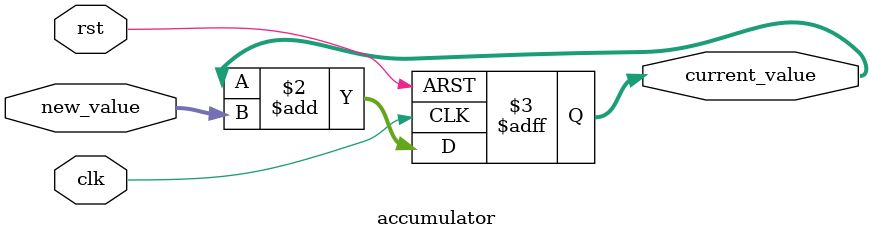
<source format=v>
module pe(
    input clk,
    input rst,
    input [31:0] a,
    input [31:0] b,
    output [31:0] c
);

// Intermediate wire to hold the multiplication result
wire [63:0] mult_result;
wire [31:0] accumulated_value;

// Instantiating the multiplier module
multiplier u_multiplier (
    .a(a),
    .b(b),
    .result(mult_result)
);

// Instantiating the accumulator module
accumulator u_accumulator (
    .clk(clk),
    .rst(rst),
    .new_value(mult_result[31:0]), // Take lower 32 bits for accumulation
    .current_value(accumulated_value)
);

// Assigning the accumulated value to the output
assign c = accumulated_value;

endmodule

// Multiplier module
module multiplier(
    input [31:0] a,
    input [31:0] b,
    output [63:0] result
);
    assign result = a * b;
endmodule

// Accumulator module
module accumulator(
    input clk,
    input rst,
    input [31:0] new_value,
    output reg [31:0] current_value
);
    always @(posedge clk or posedge rst) begin
        if (rst) begin
            current_value <= 0;
        end else begin
            current_value <= current_value + new_value;
        end
    end
endmodule
</source>
